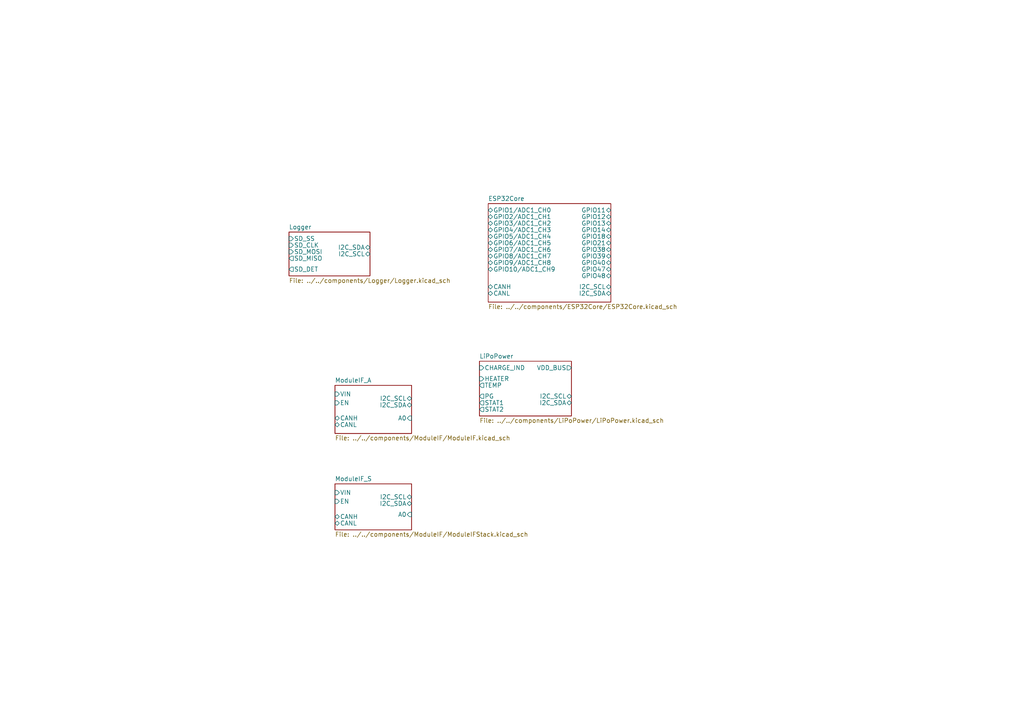
<source format=kicad_sch>
(kicad_sch (version 20230121) (generator eeschema)
  (paper "A4")
  (lib_symbols)
  (sheet (at 83.82 67.31) (size 23.495 12.7) (stroke (width 0.1524))
    (property "Sheetname" "Logger" (at 83.82 66.5984 0) (effects (justify left bottom)))
    (property "Sheetfile" "../../components/Logger/Logger.kicad_sch" (at 83.82 80.645 0) (effects (justify left top)))
    (pin "SD_SS" input (at 83.82 69.215 180))
    (pin "SD_DET" output (at 83.82 78.105 180))
    (pin "SD_MISO" output (at 83.82 74.93 180))
    (pin "SD_CLK" input (at 83.82 71.12 180))
    (pin "SD_MOSI" input (at 83.82 73.025 180))
    (pin "I2C_SDA" bidirectional (at 107.315 71.755 0))
    (pin "I2C_SCL" bidirectional (at 107.315 73.66 0))
  )
  (sheet (at 97.155 140.335) (size 22.225 13.335) (stroke (width 0.1524))
    (property "Sheetname" "ModuleIF_S" (at 97.155 139.6234 0) (effects (justify left bottom)))
    (property "Sheetfile" "../../components/ModuleIF/ModuleIFStack.kicad_sch" (at 97.155 154.2546 0) (effects (justify left top)))
    (pin "CANH" bidirectional (at 97.155 149.86 180))
    (pin "CANL" bidirectional (at 97.155 151.765 180))
    (pin "EN" input (at 97.155 145.415 180))
    (pin "A0" input (at 119.38 149.225 0))
    (pin "I2C_SCL" bidirectional (at 119.38 144.145 0))
    (pin "I2C_SDA" bidirectional (at 119.38 146.05 0))
    (pin "VIN" input (at 97.155 142.875 180))
  )
  (sheet (at 141.605 59.055) (size 35.56 28.575) (stroke (width 0.1524))
    (property "Sheetname" "ESP32Core" (at 141.605 58.3434 0) (effects (justify left bottom)))
    (property "Sheetfile" "../../components/ESP32Core/ESP32Core.kicad_sch" (at 141.605 88.2146 0) (effects (justify left top)))
    (pin "GPIO40" bidirectional (at 177.165 76.2 0))
    (pin "GPIO39" bidirectional (at 177.165 74.295 0))
    (pin "GPIO3{slash}ADC1_CH2" bidirectional (at 141.605 64.77 180))
    (pin "GPIO2{slash}ADC1_CH1" bidirectional (at 141.605 62.865 180))
    (pin "GPIO5{slash}ADC1_CH4" bidirectional (at 141.605 68.58 180))
    (pin "GPIO4{slash}ADC1_CH3" bidirectional (at 141.605 66.675 180))
    (pin "GPIO1{slash}ADC1_CH0" bidirectional (at 141.605 60.96 180))
    (pin "GPIO6{slash}ADC1_CH5" bidirectional (at 141.605 70.485 180))
    (pin "GPIO7{slash}ADC1_CH6" bidirectional (at 141.605 72.39 180))
    (pin "GPIO18" bidirectional (at 177.165 68.58 0))
    (pin "GPIO21" bidirectional (at 177.165 70.485 0))
    (pin "GPIO38" bidirectional (at 177.165 72.39 0))
    (pin "GPIO48" bidirectional (at 177.165 80.01 0))
    (pin "GPIO47" bidirectional (at 177.165 78.105 0))
    (pin "GPIO13" bidirectional (at 177.165 64.77 0))
    (pin "GPIO14" bidirectional (at 177.165 66.675 0))
    (pin "GPIO12" bidirectional (at 177.165 62.865 0))
    (pin "GPIO8{slash}ADC1_CH7" bidirectional (at 141.605 74.295 180))
    (pin "GPIO9{slash}ADC1_CH8" bidirectional (at 141.605 76.2 180))
    (pin "GPIO10{slash}ADC1_CH9" bidirectional (at 141.605 78.105 180))
    (pin "GPIO11" bidirectional (at 177.165 60.96 0))
    (pin "I2C_SCL" bidirectional (at 177.165 83.185 0))
    (pin "I2C_SDA" bidirectional (at 177.165 85.09 0))
    (pin "CANH" bidirectional (at 141.605 83.185 180))
    (pin "CANL" bidirectional (at 141.605 85.09 180))
  )
  (sheet (at 97.155 111.76) (size 22.225 13.97) (stroke (width 0.1524))
    (property "Sheetname" "ModuleIF_A" (at 97.155 111.0484 0) (effects (justify left bottom)))
    (property "Sheetfile" "../../components/ModuleIF/ModuleIF.kicad_sch" (at 97.155 126.3146 0) (effects (justify left top)))
    (pin "CANH" bidirectional (at 97.155 121.285 180))
    (pin "CANL" bidirectional (at 97.155 123.19 180))
    (pin "EN" input (at 97.155 116.84 180))
    (pin "A0" input (at 119.38 121.285 0))
    (pin "I2C_SCL" bidirectional (at 119.38 115.57 0))
    (pin "I2C_SDA" bidirectional (at 119.38 117.475 0))
    (pin "VIN" input (at 97.155 114.3 180))
  )
  (sheet (at 139.065 104.775) (size 26.67 15.875) (stroke (width 0.1524))
    (property "Sheetname" "LiPoPower" (at 139.065 104.0634 0) (effects (justify left bottom)))
    (property "Sheetfile" "../../components/LiPoPower/LiPoPower.kicad_sch" (at 139.065 121.2346 0) (effects (justify left top)))
    (pin "TEMP" output (at 139.065 111.76 180))
    (pin "I2C_SCL" bidirectional (at 165.735 114.935 0))
    (pin "I2C_SDA" bidirectional (at 165.735 116.84 0))
    (pin "HEATER" input (at 139.065 109.855 180))
    (pin "STAT1" output (at 139.065 116.84 180))
    (pin "STAT2" output (at 139.065 118.745 180))
    (pin "PG" output (at 139.065 114.935 180))
    (pin "CHARGE_IND" input (at 139.065 106.68 180))
    (pin "VDD_BUS" output (at 165.735 106.68 0))
  )
)
</source>
